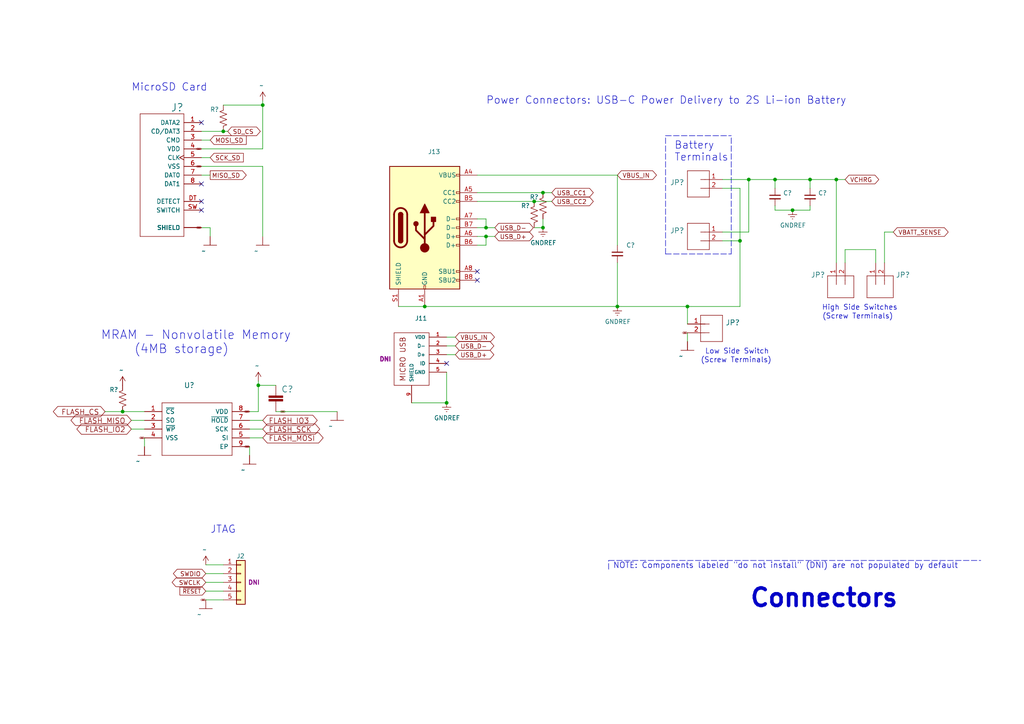
<source format=kicad_sch>
(kicad_sch (version 20211123) (generator eeschema)
  (paper "A4")
  (title_block (title "PyCubed Mainboard") (date "2021-06-09") (rev "v05c") (company "Max Holliday"))
  (lib_symbols
    (symbol "Connector_Generic:Conn_01x05" (pin_names (offset 1.016) hide)
      (property "Reference" "J" (at 0 7.62 0))
      (property "Value" "Conn_01x05" (at 0 -7.62 0))
      (symbol "Conn_01x05_1_1"
        (rectangle (start -1.27 -4.953) (end 0 -5.207) (stroke (width 0.1524)))
        (rectangle (start -1.27 -2.413) (end 0 -2.667) (stroke (width 0.1524)))
        (rectangle (start -1.27 0.127) (end 0 -0.127) (stroke (width 0.1524)))
        (rectangle (start -1.27 2.667) (end 0 2.413) (stroke (width 0.1524)))
        (rectangle (start -1.27 5.207) (end 0 4.953) (stroke (width 0.1524)))
        (rectangle (start -1.27 6.35) (end 1.27 -6.35) (stroke (width 0.254)) (fill (type background)))
        (pin passive line (at -5.08 5.08 0) (length 3.81) (name "Pin_1") (number "1"))
        (pin passive line (at -5.08 2.54 0) (length 3.81) (name "Pin_2") (number "2"))
        (pin passive line (at -5.08 0 0) (length 3.81) (name "Pin_3") (number "3"))
        (pin passive line (at -5.08 -2.54 0) (length 3.81) (name "Pin_4") (number "4"))
        (pin passive line (at -5.08 -5.08 0) (length 3.81) (name "Pin_5") (number "5"))
      )
    )
    (symbol "Device:C_Small" (pin_numbers hide) (pin_names (offset 0.254) hide)
      (property "Reference" "C" (at 0.254 1.778 0))
      (property "Value" "C_Small" (at 0.254 -2.032 0))
      (symbol "C_Small_0_1"
        (polyline (pts (xy -1.524 -0.508) (xy 1.524 -0.508)) (stroke (width 0.3302)))
        (polyline (pts (xy -1.524 0.508) (xy 1.524 0.508)) (stroke (width 0.3048)))
      )
      (symbol "C_Small_1_1"
        (pin passive line (at 0 2.54 270) (length 2.032) (name "~") (number "1"))
        (pin passive line (at 0 -2.54 90) (length 2.032) (name "~") (number "2"))
      )
    )
    (symbol "Device:R_US" (pin_numbers hide) (pin_names (offset 0))
      (property "Reference" "R" (at 2.54 0 90))
      (property "Value" "R_US" (at -2.54 0 90))
      (symbol "R_US_0_1"
        (polyline (pts (xy 0 -2.286) (xy 0 -2.54)))
        (polyline (pts (xy 0 2.286) (xy 0 2.54)))
        (polyline (pts (xy 0 -0.762) (xy 1.016 -1.143) (xy 0 -1.524) (xy -1.016 -1.905) (xy 0 -2.286)))
        (polyline (pts (xy 0 0.762) (xy 1.016 0.381) (xy 0 0) (xy -1.016 -0.381) (xy 0 -0.762)))
        (polyline (pts (xy 0 2.286) (xy 1.016 1.905) (xy 0 1.524) (xy -1.016 1.143) (xy 0 0.762)))
      )
      (symbol "R_US_1_1"
        (pin passive line (at 0 3.81 270) (length 1.27) (name "~") (number "1"))
        (pin passive line (at 0 -3.81 90) (length 1.27) (name "~") (number "2"))
      )
    )
    (symbol "mainboard-rescue:USB_C_Receptacle_USB2.0-Connector" (pin_names (offset 1.016))
      (property "Reference" "J" (at -10.16 19.05 0))
      (property "Value" "USB_C_Receptacle_USB2.0-Connector" (at 19.05 19.05 0))
      (symbol "USB_C_Receptacle_USB2.0-Connector_0_0"
        (rectangle (start -0.254 -17.78) (end 0.254 -16.764))
        (rectangle (start 10.16 -14.986) (end 9.144 -15.494))
        (rectangle (start 10.16 -12.446) (end 9.144 -12.954))
        (rectangle (start 10.16 -4.826) (end 9.144 -5.334))
        (rectangle (start 10.16 -2.286) (end 9.144 -2.794))
        (rectangle (start 10.16 0.254) (end 9.144 -0.254))
        (rectangle (start 10.16 2.794) (end 9.144 2.286))
        (rectangle (start 10.16 7.874) (end 9.144 7.366))
        (rectangle (start 10.16 10.414) (end 9.144 9.906))
        (rectangle (start 10.16 15.494) (end 9.144 14.986))
      )
      (symbol "USB_C_Receptacle_USB2.0-Connector_0_1"
        (rectangle (start -10.16 17.78) (end 10.16 -17.78) (stroke (width 0.254)) (fill (type background)))
        (arc (start -8.89 -3.81) (mid -6.985 -5.715) (end -5.08 -3.81) (stroke (width 0.508)))
        (arc (start -7.62 -3.81) (mid -6.985 -4.445) (end -6.35 -3.81) (stroke (width 0.254)))
        (arc (start -7.62 -3.81) (mid -6.985 -4.445) (end -6.35 -3.81) (stroke (width 0.254)) (fill (type outline)))
        (rectangle (start -7.62 -3.81) (end -6.35 3.81) (stroke (width 0.254)) (fill (type outline)))
        (arc (start -6.35 3.81) (mid -6.985 4.445) (end -7.62 3.81) (stroke (width 0.254)))
        (arc (start -6.35 3.81) (mid -6.985 4.445) (end -7.62 3.81) (stroke (width 0.254)) (fill (type outline)))
        (arc (start -5.08 3.81) (mid -6.985 5.715) (end -8.89 3.81) (stroke (width 0.508)))
        (circle (center -2.54 1.143) (radius 0.635) (stroke (width 0.254)) (fill (type outline)))
        (circle (center 0 -5.842) (radius 1.27) (fill (type outline)))
        (polyline (pts (xy -8.89 -3.81) (xy -8.89 3.81)) (stroke (width 0.508)))
        (polyline (pts (xy -5.08 3.81) (xy -5.08 -3.81)) (stroke (width 0.508)))
        (polyline (pts (xy 0 -5.842) (xy 0 4.318)) (stroke (width 0.508)))
        (polyline (pts (xy 0 -3.302) (xy -2.54 -0.762) (xy -2.54 0.508)) (stroke (width 0.508)))
        (polyline (pts (xy 0 -2.032) (xy 2.54 0.508) (xy 2.54 1.778)) (stroke (width 0.508)))
        (polyline (pts (xy -1.27 4.318) (xy 0 6.858) (xy 1.27 4.318) (xy -1.27 4.318)) (stroke (width 0.254)) (fill (type outline)))
        (rectangle (start 1.905 1.778) (end 3.175 3.048) (stroke (width 0.254)) (fill (type outline)))
      )
      (symbol "USB_C_Receptacle_USB2.0-Connector_1_1"
        (pin power_in line (at 0 -22.86 90) (length 5.08) (name "GND") (number "A1"))
        (pin passive line (at 0 -22.86 90) (length 5.08) hide (name "GND") (number "A12"))
        (pin power_in line (at 15.24 15.24 180) (length 5.08) (name "VBUS") (number "A4"))
        (pin bidirectional line (at 15.24 10.16 180) (length 5.08) (name "CC1") (number "A5"))
        (pin bidirectional line (at 15.24 -2.54 180) (length 5.08) (name "D+") (number "A6"))
        (pin bidirectional line (at 15.24 2.54 180) (length 5.08) (name "D-") (number "A7"))
        (pin bidirectional line (at 15.24 -12.7 180) (length 5.08) (name "SBU1") (number "A8"))
        (pin passive line (at 15.24 15.24 180) (length 5.08) hide (name "VBUS") (number "A9"))
        (pin passive line (at 0 -22.86 90) (length 5.08) hide (name "GND") (number "B1"))
        (pin passive line (at 0 -22.86 90) (length 5.08) hide (name "GND") (number "B12"))
        (pin passive line (at 15.24 15.24 180) (length 5.08) hide (name "VBUS") (number "B4"))
        (pin bidirectional line (at 15.24 7.62 180) (length 5.08) (name "CC2") (number "B5"))
        (pin bidirectional line (at 15.24 -5.08 180) (length 5.08) (name "D+") (number "B6"))
        (pin bidirectional line (at 15.24 0 180) (length 5.08) (name "D-") (number "B7"))
        (pin bidirectional line (at 15.24 -15.24 180) (length 5.08) (name "SBU2") (number "B8"))
        (pin passive line (at 15.24 15.24 180) (length 5.08) hide (name "VBUS") (number "B9"))
        (pin passive line (at -7.62 -22.86 90) (length 5.08) (name "SHIELD") (number "S1"))
      )
    )
    (symbol "mainboard:10118194-0001LF" (pin_names (offset 1.016))
      (property "Reference" "J" (at -1.27 10.16 0))
      (property "Value" "10118194-0001LF" (at -12.7 7.62 0))
      (symbol "10118194-0001LF_0_0"
        (text "MICRO USB" (at 0 -1.27 900) (effects (font (size 1.524 1.524))))
        (pin power_in line (at -12.7 5.08 0) (length 5.08) (name "VDD") (number "1"))
        (pin bidirectional line (at -12.7 2.54 0) (length 5.08) (name "D-") (number "2"))
        (pin bidirectional line (at -12.7 0 0) (length 5.08) (name "D+") (number "3"))
        (pin passive line (at -12.7 -2.54 0) (length 5.08) (name "ID") (number "4"))
        (pin power_in line (at -12.7 -5.08 0) (length 5.08) (name "GND") (number "5"))
      )
      (symbol "10118194-0001LF_0_1"
        (rectangle (start -7.62 6.35) (end 2.54 -8.89))
      )
      (symbol "10118194-0001LF_1_0"
        (pin power_in line (at -2.54 -13.97 90) (length 5.0038) hide (name "~") (number "8"))
        (pin power_in line (at -2.54 -13.97 90) (length 5.0038) (name "SHIELD") (number "9"))
      )
    )
    (symbol "mainboard:2.2UF-0603-10V-20%" (pin_names (offset 1.016))
      (property "Reference" "C" (at 1.524 2.921 0))
      (property "Value" "2.2UF-0603-10V-20%" (at 1.524 -2.159 0))
      (symbol "2.2UF-0603-10V-20%_1_0"
        (rectangle (start -2.032 0.508) (end 2.032 1.016) (fill (type outline)))
        (rectangle (start -2.032 1.524) (end 2.032 2.032) (fill (type outline)))
        (polyline (pts (xy 0 0) (xy 0 0.508)))
        (polyline (pts (xy 0 2.54) (xy 0 2.032)))
        (pin passive line (at 0 5.08 270) (length 2.54) (name "1") (number "1"))
        (pin passive line (at 0 -2.54 90) (length 2.54) (name "2") (number "2"))
      )
    )
    (symbol "mainboard:3.3V" (power) (pin_names (offset 1.016))
      (property "Value" "3.3V" (at -1.016 3.556 0))
      (symbol "3.3V_1_0"
        (polyline (pts (xy 0 2.54) (xy -0.762 1.27)))
        (polyline (pts (xy 0.762 1.27) (xy 0 2.54)))
        (pin power_in line (at 0 0 90) (length 2.54) (name "3.3V") (number "1"))
      )
    )
    (symbol "mainboard:503182-1852" (pin_names (offset 1.016))
      (property "Reference" "J" (at 0 18.3642 0))
      (property "Value" "503182-1852" (at 0 -20.9042 0))
      (symbol "503182-1852_1_0"
        (polyline (pts (xy 0 -17.78) (xy 12.7 -17.78)))
        (polyline (pts (xy 0 17.78) (xy 0 -17.78)))
        (polyline (pts (xy 12.7 -17.78) (xy 12.7 17.78)))
        (polyline (pts (xy 12.7 17.78) (xy 0 17.78)))
        (pin bidirectional line (at -5.08 15.24 0) (length 5.08) (name "DATA2") (number "1"))
        (pin bidirectional line (at -5.08 12.7 0) (length 5.08) (name "CD/DAT3") (number "2"))
        (pin bidirectional line (at -5.08 10.16 0) (length 5.08) (name "CMD") (number "3"))
        (pin power_in line (at -5.08 7.62 0) (length 5.08) (name "VDD") (number "4"))
        (pin bidirectional clock (at -5.08 5.08 0) (length 5.08) (name "CLK") (number "5"))
        (pin power_in line (at -5.08 2.54 0) (length 5.08) (name "VSS") (number "6"))
        (pin bidirectional line (at -5.08 0 0) (length 5.08) (name "DAT0") (number "7"))
        (pin bidirectional line (at -5.08 -2.54 0) (length 5.08) (name "DAT1") (number "8"))
        (pin bidirectional line (at -5.08 -7.62 0) (length 5.08) (name "DETECT") (number "DT"))
        (pin passive line (at -5.08 -15.24 0) (length 5.08) (name "SHIELD") (number "P1"))
        (pin passive line (at -5.08 -15.24 0) (length 5.08) (name "SHIELD") (number "P2"))
        (pin passive line (at -5.08 -15.24 0) (length 5.08) (name "SHIELD") (number "P3"))
        (pin passive line (at -5.08 -15.24 0) (length 5.08) (name "SHIELD") (number "P4"))
        (pin passive line (at -5.08 -15.24 0) (length 5.08) (name "SHIELD") (number "P5"))
        (pin bidirectional line (at -5.08 -10.16 0) (length 5.08) (name "SWITCH") (number "SW"))
      )
    )
    (symbol "mainboard:GND" (power) (pin_names (offset 1.016))
      (property "Value" "GND" (at -2.54 -2.54 0))
      (symbol "GND_1_0"
        (polyline (pts (xy -1.905 0) (xy 1.905 0)))
        (pin power_in line (at 0 2.54 270) (length 2.54) (name "GND") (number "1"))
      )
    )
    (symbol "mainboard:M023.5MM_LOCK" (pin_names (offset 1.016))
      (property "Reference" "JP" (at -2.54 5.842 0))
      (property "Value" "M023.5MM_LOCK" (at -2.54 -5.08 0))
      (symbol "M023.5MM_LOCK_1_0"
        (polyline (pts (xy -2.54 5.08) (xy -2.54 -2.54)))
        (polyline (pts (xy -2.54 5.08) (xy 3.81 5.08)))
        (polyline (pts (xy 1.27 0) (xy 2.54 0)))
        (polyline (pts (xy 1.27 2.54) (xy 2.54 2.54)))
        (polyline (pts (xy 3.81 -2.54) (xy -2.54 -2.54)))
        (polyline (pts (xy 3.81 -2.54) (xy 3.81 5.08)))
        (pin passive line (at 7.62 0 180) (length 5.08) (name "1") (number "1"))
        (pin passive line (at 7.62 2.54 180) (length 5.08) (name "2") (number "2"))
      )
    )
    (symbol "mainboard:MR25H40MDF" (pin_names (offset 1.016))
      (property "Reference" "U" (at 11.43 7.62 0))
      (property "Value" "MR25H40MDF" (at 11.43 5.08 0))
      (symbol "MR25H40MDF_1_0"
        (polyline (pts (xy 5.08 2.54) (xy 5.08 -12.7)))
        (polyline (pts (xy 5.08 2.54) (xy 25.4 2.54)))
        (polyline (pts (xy 25.4 -12.7) (xy 5.08 -12.7)))
        (polyline (pts (xy 25.4 -12.7) (xy 25.4 2.54)))
        (pin bidirectional line (at 0 0 0) (length 5.08) (name "~{CS}") (number "1"))
        (pin bidirectional line (at 0 -2.54 0) (length 5.08) (name "SO") (number "2"))
        (pin bidirectional line (at 0 -5.08 0) (length 5.08) (name "~{WP}") (number "3"))
        (pin bidirectional line (at 0 -7.62 0) (length 5.08) (name "VSS") (number "4"))
        (pin bidirectional line (at 30.48 -7.62 180) (length 5.08) (name "SI") (number "5"))
        (pin bidirectional line (at 30.48 -5.08 180) (length 5.08) (name "SCK") (number "6"))
        (pin bidirectional line (at 30.48 -2.54 180) (length 5.08) (name "~{HOLD}") (number "7"))
        (pin bidirectional line (at 30.48 0 180) (length 5.08) (name "VDD") (number "8"))
        (pin bidirectional line (at 30.48 -10.16 180) (length 5.08) (name "EP") (number "9"))
      )
    )
    (symbol "power:GNDREF" (power) (pin_names (offset 0))
      (property "Value" "GNDREF" (at 0 -3.81 0))
      (symbol "GNDREF_0_1"
        (polyline (pts (xy -0.635 -1.905) (xy 0.635 -1.905)))
        (polyline (pts (xy -0.127 -2.54) (xy 0.127 -2.54)))
        (polyline (pts (xy 0 -1.27) (xy 0 0)))
        (polyline (pts (xy 1.27 -1.27) (xy -1.27 -1.27)))
      )
      (symbol "GNDREF_1_1"
        (pin power_in line (at 0 0 270) (length 0) hide (name "GNDREF") (number "1"))
      )
    )
  )
  (junction (at 224.79 52.07))
  (junction (at 154.94 58.42))
  (junction (at 157.48 55.88))
  (junction (at 242.57 52.07))
  (junction (at 140.97 68.58))
  (junction (at 140.97 66.04))
  (junction (at 214.63 69.85))
  (junction (at 35.56 119.38))
  (junction (at 129.54 116.84))
  (junction (at 229.87 60.96))
  (junction (at 76.2 30.48))
  (junction (at 157.48 66.04))
  (junction (at 199.39 88.9))
  (junction (at 234.95 52.07))
  (junction (at 64.77 38.1))
  (junction (at 123.19 88.9))
  (junction (at 74.93 111.76))
  (junction (at 179.07 88.9))
  (junction (at 217.17 52.07))
  (no_connect (at 58.42 58.42))
  (no_connect (at 138.43 78.74))
  (no_connect (at 58.42 60.96))
  (no_connect (at 58.42 53.34))
  (no_connect (at 138.43 81.28))
  (no_connect (at 129.54 105.41))
  (no_connect (at 58.42 35.56))
  (wire (pts (xy 199.39 93.98) (xy 199.39 88.9)))
  (wire (pts (xy 72.39 119.38) (xy 74.93 119.38)))
  (wire (pts (xy 214.63 69.85) (xy 209.55 69.85)))
  (polyline (pts (xy 212.09 73.66) (xy 212.09 39.37)))
  (wire (pts (xy 38.1 121.92) (xy 41.91 121.92)))
  (wire (pts (xy 64.77 168.91) (xy 59.69 168.91)))
  (wire (pts (xy 41.91 127) (xy 41.91 129.54)))
  (wire (pts (xy 234.95 54.61) (xy 234.95 52.07)))
  (wire (pts (xy 80.01 119.38) (xy 97.79 119.38)))
  (wire (pts (xy 140.97 66.04) (xy 143.51 66.04)))
  (wire (pts (xy 138.43 58.42) (xy 154.94 58.42)))
  (wire (pts (xy 129.54 107.95) (xy 129.54 116.84)))
  (wire (pts (xy 199.39 96.52) (xy 199.39 99.06)))
  (wire (pts (xy 234.95 52.07) (xy 242.57 52.07)))
  (wire (pts (xy 58.42 38.1) (xy 64.77 38.1)))
  (wire (pts (xy 140.97 71.12) (xy 140.97 68.58)))
  (wire (pts (xy 64.77 166.37) (xy 59.69 166.37)))
  (wire (pts (xy 76.2 121.92) (xy 72.39 121.92)))
  (wire (pts (xy 245.11 76.2) (xy 245.11 72.39)))
  (wire (pts (xy 58.42 50.8) (xy 60.96 50.8)))
  (wire (pts (xy 199.39 88.9) (xy 214.63 88.9)))
  (wire (pts (xy 64.77 30.48) (xy 76.2 30.48)))
  (wire (pts (xy 140.97 68.58) (xy 138.43 68.58)))
  (wire (pts (xy 76.2 48.26) (xy 76.2 68.58)))
  (wire (pts (xy 138.43 63.5) (xy 140.97 63.5)))
  (wire (pts (xy 129.54 100.33) (xy 132.08 100.33)))
  (wire (pts (xy 123.19 88.9) (xy 179.07 88.9)))
  (wire (pts (xy 58.42 43.18) (xy 76.2 43.18)))
  (wire (pts (xy 30.48 119.38) (xy 35.56 119.38)))
  (polyline (pts (xy 193.04 39.37) (xy 212.09 39.37)))
  (wire (pts (xy 254 72.39) (xy 254 76.2)))
  (polyline (pts (xy 176.53 162.56) (xy 284.48 162.56)))
  (wire (pts (xy 76.2 127) (xy 72.39 127)))
  (wire (pts (xy 154.94 58.42) (xy 160.02 58.42)))
  (wire (pts (xy 38.1 124.46) (xy 41.91 124.46)))
  (wire (pts (xy 35.56 119.38) (xy 41.91 119.38)))
  (wire (pts (xy 59.69 173.99) (xy 64.77 173.99)))
  (wire (pts (xy 74.93 111.76) (xy 74.93 110.49)))
  (wire (pts (xy 64.77 38.1) (xy 66.04 38.1)))
  (wire (pts (xy 72.39 129.54) (xy 72.39 132.08)))
  (wire (pts (xy 256.54 67.31) (xy 259.08 67.31)))
  (wire (pts (xy 140.97 68.58) (xy 143.51 68.58)))
  (wire (pts (xy 229.87 60.96) (xy 234.95 60.96)))
  (wire (pts (xy 76.2 124.46) (xy 72.39 124.46)))
  (wire (pts (xy 80.01 111.76) (xy 74.93 111.76)))
  (wire (pts (xy 214.63 54.61) (xy 214.63 69.85)))
  (wire (pts (xy 209.55 52.07) (xy 217.17 52.07)))
  (wire (pts (xy 132.08 97.79) (xy 129.54 97.79)))
  (polyline (pts (xy 193.04 73.66) (xy 212.09 73.66)))
  (wire (pts (xy 129.54 116.84) (xy 119.38 116.84)))
  (wire (pts (xy 115.57 88.9) (xy 123.19 88.9)))
  (wire (pts (xy 209.55 54.61) (xy 214.63 54.61)))
  (wire (pts (xy 138.43 55.88) (xy 157.48 55.88)))
  (wire (pts (xy 245.11 52.07) (xy 242.57 52.07)))
  (wire (pts (xy 74.93 119.38) (xy 74.93 111.76)))
  (wire (pts (xy 179.07 50.8) (xy 138.43 50.8)))
  (wire (pts (xy 64.77 171.45) (xy 59.69 171.45)))
  (wire (pts (xy 157.48 55.88) (xy 160.02 55.88)))
  (wire (pts (xy 179.07 76.2) (xy 179.07 88.9)))
  (wire (pts (xy 140.97 63.5) (xy 140.97 66.04)))
  (wire (pts (xy 76.2 43.18) (xy 76.2 30.48)))
  (wire (pts (xy 138.43 71.12) (xy 140.97 71.12)))
  (wire (pts (xy 140.97 66.04) (xy 138.43 66.04)))
  (wire (pts (xy 58.42 45.72) (xy 60.96 45.72)))
  (wire (pts (xy 58.42 48.26) (xy 76.2 48.26)))
  (wire (pts (xy 129.54 102.87) (xy 132.08 102.87)))
  (wire (pts (xy 217.17 52.07) (xy 217.17 67.31)))
  (wire (pts (xy 224.79 60.96) (xy 229.87 60.96)))
  (wire (pts (xy 256.54 76.2) (xy 256.54 67.31)))
  (wire (pts (xy 224.79 60.96) (xy 224.79 59.69)))
  (wire (pts (xy 242.57 52.07) (xy 242.57 76.2)))
  (wire (pts (xy 224.79 54.61) (xy 224.79 52.07)))
  (polyline (pts (xy 193.04 73.66) (xy 193.04 39.37)))
  (wire (pts (xy 214.63 88.9) (xy 214.63 69.85)))
  (wire (pts (xy 209.55 67.31) (xy 217.17 67.31)))
  (wire (pts (xy 154.94 66.04) (xy 157.48 66.04)))
  (wire (pts (xy 179.07 50.8) (xy 179.07 71.12)))
  (wire (pts (xy 58.42 66.04) (xy 60.96 66.04)))
  (wire (pts (xy 234.95 60.96) (xy 234.95 59.69)))
  (wire (pts (xy 217.17 52.07) (xy 224.79 52.07)))
  (wire (pts (xy 59.69 163.83) (xy 64.77 163.83)))
  (wire (pts (xy 224.79 52.07) (xy 234.95 52.07)))
  (wire (pts (xy 76.2 30.48) (xy 76.2 29.21)))
  (wire (pts (xy 58.42 40.64) (xy 60.96 40.64)))
  (wire (pts (xy 245.11 72.39) (xy 254 72.39)))
  (wire (pts (xy 179.07 88.9) (xy 199.39 88.9)))
  (polyline (pts (xy 176.53 165.1) (xy 176.53 162.56)))
  (wire (pts (xy 157.48 66.04) (xy 157.48 63.5)))
  (wire (pts (xy 60.96 66.04) (xy 60.96 68.58)))
  (text "(Screw Terminals)" (at 259.08 92.71 180) (effects (font (size 1.4986 1.4986)) (justify right bottom)))
  (text "Low Side Switch" (at 204.47 102.87 0) (effects (font (size 1.4986 1.4986)) (justify left bottom)))
  (text "Battery\nTerminals" (at 195.58 46.99 0) (effects (font (size 2.159 2.159)) (justify left bottom)))
  (text "JTAG" (at 60.96 154.94 0) (effects (font (size 2.159 2.159)) (justify left bottom)))
  (text "High Side Switches" (at 260.35 90.17 180) (effects (font (size 1.4986 1.4986)) (justify right bottom)))
  (text "MicroSD Card" (at 38.1 26.67 0) (effects (font (size 2.159 2.159)) (justify left bottom)))
  (text "NOTE: Components labeled \"do not install\" (DNI) are not populated by default" (at 177.8 165.1 0) (effects (font (size 1.651 1.651)) (justify left bottom)))
  (text "Power Connectors: USB-C Power Delivery to 2S Li-ion Battery" (at 140.97 30.48 0) (effects (font (size 2.159 2.159)) (justify left bottom)))
  (text "Connectors" (at 217.17 176.53 0) (effects (font (size 5.08 5.08) (thickness 1.016) bold) (justify left bottom)))
  (text "MRAM - Nonvolatile Memory\n     (4MB storage)" (at 29.21 102.87 0) (effects (font (size 2.54 2.54)) (justify left bottom)))
  (text "(Screw Terminals)" (at 203.2 105.41 0) (effects (font (size 1.4986 1.4986)) (justify left bottom)))
  (global_label "3.3V" (shape bidirectional) (at 58.42 43.18 180) (effects (font (size 0.254 0.254))) (property "Intersheet References" "${INTERSHEET_REFS}" (effects hide)))
  (global_label "USB_CC1" (shape bidirectional) (at 160.02 55.88 0) (property "Intersheet References" "${INTERSHEET_REFS}" (effects hide)))
  (global_label "FLASH_IO2" (shape bidirectional) (at 38.1 124.46 180) (effects (font (size 1.4986 1.4986))) (property "Intersheet References" "${INTERSHEET_REFS}" (effects hide)))
  (global_label "~{RESET}" (shape input) (at 59.69 171.45 180) (effects (font (size 1.1684 1.1684))) (property "Intersheet References" "${INTERSHEET_REFS}" (effects hide)))
  (global_label "GND" (shape bidirectional) (at 199.39 96.52 180) (effects (font (size 0.254 0.254))) (property "Intersheet References" "${INTERSHEET_REFS}" (effects hide)))
  (global_label "SWCLK" (shape bidirectional) (at 59.69 168.91 180) (property "Intersheet References" "${INTERSHEET_REFS}" (effects hide)))
  (global_label "GND" (shape bidirectional) (at 58.42 48.26 180) (effects (font (size 0.254 0.254))) (property "Intersheet References" "${INTERSHEET_REFS}" (effects hide)))
  (global_label "VBATT_SENSE" (shape bidirectional) (at 259.08 67.31 0) (property "Intersheet References" "${INTERSHEET_REFS}" (effects hide)))
  (global_label "USB_CC2" (shape bidirectional) (at 160.02 58.42 0) (property "Intersheet References" "${INTERSHEET_REFS}" (effects hide)))
  (global_label "USB_D+" (shape bidirectional) (at 143.51 68.58 0) (property "Intersheet References" "${INTERSHEET_REFS}" (effects hide)))
  (global_label "USB_D+" (shape bidirectional) (at 132.08 102.87 0) (property "Intersheet References" "${INTERSHEET_REFS}" (effects hide)))
  (global_label "VCHRG" (shape bidirectional) (at 245.11 52.07 0) (property "Intersheet References" "${INTERSHEET_REFS}" (effects hide)))
  (global_label "MISO_SD" (shape output) (at 60.96 50.8 0) (property "Intersheet References" "${INTERSHEET_REFS}" (effects hide)))
  (global_label "MOSI_SD" (shape input) (at 60.96 40.64 0) (property "Intersheet References" "${INTERSHEET_REFS}" (effects hide)))
  (global_label "USB_D-" (shape bidirectional) (at 143.51 66.04 0) (property "Intersheet References" "${INTERSHEET_REFS}" (effects hide)))
  (global_label "USB_D-" (shape bidirectional) (at 132.08 100.33 0) (property "Intersheet References" "${INTERSHEET_REFS}" (effects hide)))
  (global_label "FLASH_IO3" (shape bidirectional) (at 76.2 121.92 0) (effects (font (size 1.4986 1.4986))) (property "Intersheet References" "${INTERSHEET_REFS}" (effects hide)))
  (global_label "SD_CS" (shape bidirectional) (at 66.04 38.1 0) (property "Intersheet References" "${INTERSHEET_REFS}" (effects hide)))
  (global_label "SCK_SD" (shape input) (at 60.96 45.72 0) (property "Intersheet References" "${INTERSHEET_REFS}" (effects hide)))
  (global_label "FLASH_MOSI" (shape bidirectional) (at 76.2 127 0) (effects (font (size 1.4986 1.4986))) (property "Intersheet References" "${INTERSHEET_REFS}" (effects hide)))
  (global_label "3.3V" (shape bidirectional) (at 72.39 119.38 180) (effects (font (size 0.254 0.254))) (property "Intersheet References" "${INTERSHEET_REFS}" (effects hide)))
  (global_label "GND" (shape bidirectional) (at 59.69 173.99 180) (effects (font (size 0.254 0.254))) (property "Intersheet References" "${INTERSHEET_REFS}" (effects hide)))
  (global_label "GND" (shape bidirectional) (at 72.39 129.54 180) (effects (font (size 0.254 0.254))) (property "Intersheet References" "${INTERSHEET_REFS}" (effects hide)))
  (global_label "SWDIO" (shape bidirectional) (at 59.69 166.37 180) (property "Intersheet References" "${INTERSHEET_REFS}" (effects hide)))
  (global_label "VBUS_IN" (shape bidirectional) (at 179.07 50.8 0) (property "Intersheet References" "${INTERSHEET_REFS}" (effects hide)))
  (global_label "VBUS_IN" (shape bidirectional) (at 132.08 97.79 0) (property "Intersheet References" "${INTERSHEET_REFS}" (effects hide)))
  (global_label "FLASH_SCK" (shape bidirectional) (at 76.2 124.46 0) (effects (font (size 1.4986 1.4986))) (property "Intersheet References" "${INTERSHEET_REFS}" (effects hide)))
  (global_label "GND" (shape bidirectional) (at 41.91 127 180) (effects (font (size 0.254 0.254))) (property "Intersheet References" "${INTERSHEET_REFS}" (effects hide)))
  (global_label "GND" (shape bidirectional) (at 58.42 66.04 180) (effects (font (size 0.254 0.254))) (property "Intersheet References" "${INTERSHEET_REFS}" (effects hide)))
  (global_label "FLASH_CS" (shape bidirectional) (at 30.48 119.38 180) (effects (font (size 1.4986 1.4986))) (property "Intersheet References" "${INTERSHEET_REFS}" (effects hide)))
  (global_label "GND" (shape bidirectional) (at 81.28 119.38 0) (effects (font (size 0.254 0.254))) (property "Intersheet References" "${INTERSHEET_REFS}" (effects hide)))
  (global_label "FLASH_MISO" (shape bidirectional) (at 38.1 121.92 180) (effects (font (size 1.4986 1.4986))) (property "Intersheet References" "${INTERSHEET_REFS}" (effects hide)))
  (symbol (lib_id "mainboard:GND") (at 41.91 132.08 0) (unit 1)
    (property "Reference" "#GND?" (effects hide))
  )
  (symbol (lib_id "mainboard:M023.5MM_LOCK") (at 201.93 52.07 0) (mirror x) (unit 1)
    (property "Reference" "JP?" (at 194.31 52.07 0) (effects (font (size 1.4986 1.4986)) (justify left bottom)))
    (property "Datasheet" "https://www.mouser.com/datasheet/2/324/4/1985807-1458929.pdf" (effects hide))
    (property "Description" "2-pin Screw Terminal - Side Entry" (effects hide))
    (property "Flight" "1985807" (effects hide))
    (property "Manufacturer_Name" "Phoenix Contact" (effects hide))
    (property "Manufacturer_Part_Number" "1985807" (effects hide))
    (property "Proto" "1985807" (effects hide))
  )
  (symbol (lib_id "mainboard:503182-1852") (at 53.34 50.8 0) (mirror y) (unit 1)
    (property "Reference" "J?" (at 53.34 32.4358 0) (effects (font (size 2.159 2.159)) (justify left bottom)))
    (property "Datasheet" "https://www.molex.com/pdm_docs/sd/5031821852_sd.pdf" (effects hide))
    (property "Description" "Molex microSD Card Socket" (effects hide))
    (property "Flight" "5031821852" (effects hide))
    (property "Manufacturer_Name" "Molex" (effects hide))
    (property "Manufacturer_Part_Number" "5031821852" (effects hide))
    (property "Proto" "5031821852" (effects hide))
  )
  (symbol (lib_id "mainboard:MR25H40MDF") (at 41.91 119.38 0) (unit 1)
    (property "Reference" "U?" (at 53.34 111.76 0) (effects (font (size 1.4986 1.4986)) (justify left)))
    (property "Datasheet" "https://www.winbond.com/resource-files/w25q80dv%20dl_revh_10022015.pdf" (effects hide))
    (property "Description" "Non-Volatile Memory" (effects hide))
    (property "Flight" "MR25H40MDF" (effects hide))
    (property "Manufacturer_Name" "Everspin Technologies Inc." (effects hide))
    (property "Manufacturer_Part_Number" "W25Q80DVSNIG" (effects hide))
    (property "Proto" "W25Q80DVSNIG" (effects hide))
  )
  (symbol (lib_id "mainboard:M023.5MM_LOCK") (at 201.93 67.31 0) (mirror x) (unit 1)
    (property "Reference" "JP?" (at 194.31 66.04 0) (effects (font (size 1.4986 1.4986)) (justify left bottom)))
    (property "Datasheet" "https://www.mouser.com/datasheet/2/324/4/1985807-1458929.pdf" (effects hide))
    (property "Description" "2-pin Screw Terminal - Side Entry" (effects hide))
    (property "Flight" "1985807" (effects hide))
    (property "Manufacturer_Name" "Phoenix Contact" (effects hide))
    (property "Manufacturer_Part_Number" "1985807" (effects hide))
    (property "Proto" "1985807" (effects hide))
  )
  (symbol (lib_id "mainboard:2.2UF-0603-10V-20%") (at 80.01 116.84 0) (unit 1)
    (property "Reference" "C?" (at 81.534 113.919 0) (effects (font (size 1.778 1.778)) (justify left bottom)))
    (property "Description" "0.1uF +-10% 50V X7R 0603" (effects hide))
  )
  (symbol (lib_id "mainboard:GND") (at 97.79 121.92 0) (unit 1)
    (property "Reference" "#GND?" (effects hide))
  )
  (symbol (lib_id "mainboard:GND") (at 59.69 176.53 0) (unit 1)
    (property "Reference" "#GND?" (effects hide))
  )
  (symbol (lib_id "Connector_Generic:Conn_01x05") (at 69.85 168.91 0) (unit 1)
    (property "Reference" "J2" (at 68.58 161.29 0) (effects (justify left)))
    (property "DNI" "DNI" (at 73.66 168.91 0) (effects (font bold)))
    (property "Description" "Vertical Header - 0.1in (2.54mm)" (effects hide))
  )
  (symbol (lib_id "mainboard:3.3V") (at 59.69 163.83 0) (unit 1)
    (property "Reference" "#SUPPLY?" (effects hide))
  )
  (symbol (lib_id "mainboard-rescue:USB_C_Receptacle_USB2.0-Connector") (at 123.19 66.04 0) (unit 1)
    (property "Reference" "J13" (at 125.9078 44.0182 0))
    (property "Datasheet" "https://datasheet.lcsc.com/szlcsc/XKB-U262-16XN-4BVC11_C319148.pdf" (effects hide))
    (property "Description" "USB Type-C Connector - Single sided" (effects hide))
    (property "Flight" "U262-161N-4BVC11" (effects hide))
    (property "Manufacturer_Name" "XKB Connectivity" (effects hide))
    (property "Manufacturer_Part_Number" "U262-161N-4BVC11" (effects hide))
    (property "Proto" "U262-161N-4BVC11" (effects hide))
  )
  (symbol (lib_id "Device:C_Small") (at 224.79 57.15 0) (unit 1)
    (property "Reference" "C?" (at 227.1268 55.9816 0) (effects (justify left)))
    (property "Description" "0.1uF +-10% 50V X7R 0603" (effects hide))
  )
  (symbol (lib_id "Device:C_Small") (at 234.95 57.15 0) (unit 1)
    (property "Reference" "C?" (at 237.2868 55.9816 0) (effects (justify left)))
    (property "Description" "22uF +-20% 10V X5R" (effects hide))
  )
  (symbol (lib_id "Device:R_US") (at 64.77 34.29 0) (mirror x) (unit 1)
    (property "Reference" "R?" (at 62.23 31.75 0))
    (property "Description" "10k 0603" (effects hide))
  )
  (symbol (lib_id "mainboard:M023.5MM_LOCK") (at 254 83.82 270) (mirror x) (unit 1)
    (property "Reference" "JP?" (at 259.7912 79.7306 90) (effects (font (size 1.4986 1.4986)) (justify left)))
    (property "Datasheet" "https://www.mouser.com/datasheet/2/324/4/1985807-1458929.pdf" (effects hide))
    (property "Description" "2-pin Screw Terminal - Side Entry" (effects hide))
    (property "Flight" "1985807" (effects hide))
    (property "Manufacturer_Name" "Phoenix Contact" (effects hide))
    (property "Manufacturer_Part_Number" "1985807" (effects hide))
    (property "Proto" "1985807" (effects hide))
  )
  (symbol (lib_id "Device:R_US") (at 35.56 115.57 0) (mirror x) (unit 1)
    (property "Reference" "R?" (at 33.02 113.03 0))
    (property "Description" "10k 0603" (effects hide))
  )
  (symbol (lib_id "mainboard:3.3V") (at 35.56 111.76 0) (unit 1)
    (property "Reference" "#SUPPLY?" (effects hide))
  )
  (symbol (lib_id "Device:R_US") (at 157.48 59.69 0) (mirror x) (unit 1)
    (property "Reference" "R?" (at 154.94 57.15 0))
    (property "Description" "5.1k 0603" (effects hide))
  )
  (symbol (lib_id "Device:R_US") (at 154.94 62.23 0) (mirror x) (unit 1)
    (property "Reference" "R?" (at 152.4 59.69 0))
    (property "Description" "5.1k 0603" (effects hide))
  )
  (symbol (lib_id "power:GNDREF") (at 157.48 66.04 0) (unit 1)
    (property "Reference" "#PWR?" (effects hide))
  )
  (symbol (lib_id "mainboard:10118194-0001LF") (at 116.84 102.87 0) (mirror y) (unit 1)
    (property "Reference" "J11" (at 122.1232 92.329 0))
    (property "DNI" "DNI" (at 111.76 104.14 0) (effects (font bold)))
    (property "Description" "Micro USB (OPTIONAL) Amphenol PN: 10118194-0001LF" (effects hide))
    (property "Manufacturer_Name" "Amphenol" (effects hide))
  )
  (symbol (lib_id "power:GNDREF") (at 129.54 116.84 0) (unit 1)
    (property "Reference" "#PWR?" (effects hide))
  )
  (symbol (lib_id "Device:C_Small") (at 179.07 73.66 0) (unit 1)
    (property "Reference" "C?" (at 181.61 71.12 0) (effects (justify left)))
    (property "Description" "4.7uF +-20% 10V X5R" (effects hide))
  )
  (symbol (lib_id "power:GNDREF") (at 179.07 88.9 0) (unit 1)
    (property "Reference" "#PWR?" (effects hide))
  )
  (symbol (lib_id "power:GNDREF") (at 229.87 60.96 0) (unit 1)
    (property "Reference" "#PWR?" (effects hide))
  )
  (symbol (lib_id "mainboard:GND") (at 72.39 134.62 0) (unit 1)
    (property "Reference" "#GND?" (effects hide))
  )
  (symbol (lib_id "mainboard:M023.5MM_LOCK") (at 242.57 83.82 270) (mirror x) (unit 1)
    (property "Reference" "JP?" (at 239.3442 79.7306 90) (effects (font (size 1.4986 1.4986)) (justify right)))
    (property "Datasheet" "https://www.mouser.com/datasheet/2/324/4/1985807-1458929.pdf" (effects hide))
    (property "Description" "2-pin Screw Terminal - Side Entry" (effects hide))
    (property "Flight" "1985807" (effects hide))
    (property "Manufacturer_Name" "Phoenix Contact" (effects hide))
    (property "Manufacturer_Part_Number" "1985807" (effects hide))
    (property "Proto" "1985807" (effects hide))
  )
  (symbol (lib_id "mainboard:3.3V") (at 74.93 110.49 0) (unit 1)
    (property "Reference" "#SUPPLY?" (effects hide))
  )
  (symbol (lib_id "mainboard:GND") (at 199.39 101.6 0) (unit 1)
    (property "Reference" "#GND?" (effects hide))
  )
  (symbol (lib_id "mainboard:GND") (at 76.2 71.12 0) (unit 1)
    (property "Reference" "#GND?" (effects hide))
  )
  (symbol (lib_id "mainboard:GND") (at 60.96 71.12 0) (unit 1)
    (property "Reference" "#GND?" (effects hide))
  )
  (symbol (lib_id "mainboard:3.3V") (at 76.2 29.21 0) (unit 1)
    (property "Reference" "#SUPPLY?" (effects hide))
  )
  (symbol (lib_id "mainboard:M023.5MM_LOCK") (at 207.01 93.98 180) (unit 1)
    (property "Reference" "JP?" (at 214.63 92.71 0) (effects (font (size 1.4986 1.4986)) (justify left bottom)))
    (property "Datasheet" "https://www.mouser.com/datasheet/2/324/4/1985807-1458929.pdf" (effects hide))
    (property "Description" "2-pin Screw Terminal - Side Entry" (effects hide))
    (property "Flight" "1985807" (effects hide))
    (property "Manufacturer_Name" "Phoenix Contact" (effects hide))
    (property "Manufacturer_Part_Number" "1985807" (effects hide))
    (property "Proto" "1985807" (effects hide))
  )
)
</source>
